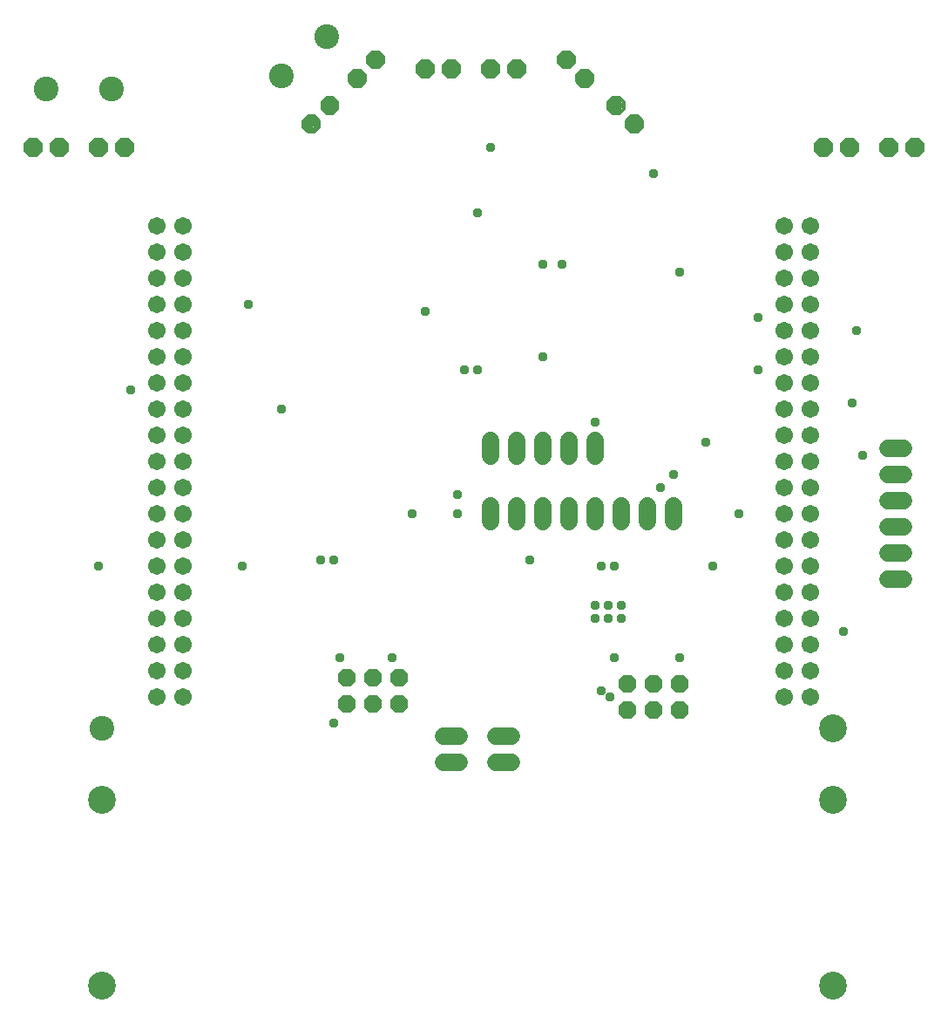
<source format=gbs>
G75*
%MOIN*%
%OFA0B0*%
%FSLAX25Y25*%
%IPPOS*%
%LPD*%
%AMOC8*
5,1,8,0,0,1.08239X$1,22.5*
%
%ADD10C,0.10643*%
%ADD11C,0.09461*%
%ADD12OC8,0.06800*%
%ADD13C,0.01480*%
%ADD14OC8,0.07400*%
%ADD15C,0.06800*%
%ADD16C,0.06737*%
%ADD17C,0.03778*%
D10*
X0084012Y0026185D03*
X0084012Y0097051D03*
X0363540Y0097051D03*
X0363540Y0124610D03*
X0363540Y0026185D03*
D11*
X0084012Y0124610D03*
X0087595Y0369000D03*
X0062595Y0369000D03*
X0152595Y0374000D03*
X0170095Y0389000D03*
D12*
X0177595Y0144000D03*
X0187595Y0144000D03*
X0197595Y0144000D03*
X0197595Y0134000D03*
X0187595Y0134000D03*
X0177595Y0134000D03*
X0285095Y0131500D03*
X0285095Y0141500D03*
X0295095Y0141500D03*
X0295095Y0131500D03*
X0305095Y0131500D03*
X0305095Y0141500D03*
D13*
X0288117Y0353245D02*
X0288857Y0352505D01*
X0286405Y0352505D01*
X0284672Y0354238D01*
X0284672Y0356690D01*
X0286405Y0358423D01*
X0288857Y0358423D01*
X0290590Y0356690D01*
X0290590Y0354238D01*
X0288857Y0352505D01*
X0288397Y0353615D01*
X0286865Y0353615D01*
X0285782Y0354698D01*
X0285782Y0356230D01*
X0286865Y0357313D01*
X0288397Y0357313D01*
X0289480Y0356230D01*
X0289480Y0354698D01*
X0288397Y0353615D01*
X0287937Y0354725D01*
X0287325Y0354725D01*
X0286892Y0355158D01*
X0286892Y0355770D01*
X0287325Y0356203D01*
X0287937Y0356203D01*
X0288370Y0355770D01*
X0288370Y0355158D01*
X0287937Y0354725D01*
X0281046Y0360317D02*
X0281786Y0359577D01*
X0279334Y0359577D01*
X0277601Y0361310D01*
X0277601Y0363762D01*
X0279334Y0365495D01*
X0281786Y0365495D01*
X0283519Y0363762D01*
X0283519Y0361310D01*
X0281786Y0359577D01*
X0281326Y0360687D01*
X0279794Y0360687D01*
X0278711Y0361770D01*
X0278711Y0363302D01*
X0279794Y0364385D01*
X0281326Y0364385D01*
X0282409Y0363302D01*
X0282409Y0361770D01*
X0281326Y0360687D01*
X0280866Y0361797D01*
X0280254Y0361797D01*
X0279821Y0362230D01*
X0279821Y0362842D01*
X0280254Y0363275D01*
X0280866Y0363275D01*
X0281299Y0362842D01*
X0281299Y0362230D01*
X0280866Y0361797D01*
X0268145Y0375183D02*
X0267405Y0375923D01*
X0269857Y0375923D01*
X0271590Y0374190D01*
X0271590Y0371738D01*
X0269857Y0370005D01*
X0267405Y0370005D01*
X0265672Y0371738D01*
X0265672Y0374190D01*
X0267405Y0375923D01*
X0267865Y0374813D01*
X0269397Y0374813D01*
X0270480Y0373730D01*
X0270480Y0372198D01*
X0269397Y0371115D01*
X0267865Y0371115D01*
X0266782Y0372198D01*
X0266782Y0373730D01*
X0267865Y0374813D01*
X0268325Y0373703D01*
X0268937Y0373703D01*
X0269370Y0373270D01*
X0269370Y0372658D01*
X0268937Y0372225D01*
X0268325Y0372225D01*
X0267892Y0372658D01*
X0267892Y0373270D01*
X0268325Y0373703D01*
X0261074Y0382255D02*
X0260334Y0382995D01*
X0262786Y0382995D01*
X0264519Y0381262D01*
X0264519Y0378810D01*
X0262786Y0377077D01*
X0260334Y0377077D01*
X0258601Y0378810D01*
X0258601Y0381262D01*
X0260334Y0382995D01*
X0260794Y0381885D01*
X0262326Y0381885D01*
X0263409Y0380802D01*
X0263409Y0379270D01*
X0262326Y0378187D01*
X0260794Y0378187D01*
X0259711Y0379270D01*
X0259711Y0380802D01*
X0260794Y0381885D01*
X0261254Y0380775D01*
X0261866Y0380775D01*
X0262299Y0380342D01*
X0262299Y0379730D01*
X0261866Y0379297D01*
X0261254Y0379297D01*
X0260821Y0379730D01*
X0260821Y0380342D01*
X0261254Y0380775D01*
X0190850Y0380522D02*
X0191590Y0381262D01*
X0191590Y0378810D01*
X0189857Y0377077D01*
X0187405Y0377077D01*
X0185672Y0378810D01*
X0185672Y0381262D01*
X0187405Y0382995D01*
X0189857Y0382995D01*
X0191590Y0381262D01*
X0190480Y0380802D01*
X0190480Y0379270D01*
X0189397Y0378187D01*
X0187865Y0378187D01*
X0186782Y0379270D01*
X0186782Y0380802D01*
X0187865Y0381885D01*
X0189397Y0381885D01*
X0190480Y0380802D01*
X0189370Y0380342D01*
X0189370Y0379730D01*
X0188937Y0379297D01*
X0188325Y0379297D01*
X0187892Y0379730D01*
X0187892Y0380342D01*
X0188325Y0380775D01*
X0188937Y0380775D01*
X0189370Y0380342D01*
X0183779Y0373450D02*
X0184519Y0374190D01*
X0184519Y0371738D01*
X0182786Y0370005D01*
X0180334Y0370005D01*
X0178601Y0371738D01*
X0178601Y0374190D01*
X0180334Y0375923D01*
X0182786Y0375923D01*
X0184519Y0374190D01*
X0183409Y0373730D01*
X0183409Y0372198D01*
X0182326Y0371115D01*
X0180794Y0371115D01*
X0179711Y0372198D01*
X0179711Y0373730D01*
X0180794Y0374813D01*
X0182326Y0374813D01*
X0183409Y0373730D01*
X0182299Y0373270D01*
X0182299Y0372658D01*
X0181866Y0372225D01*
X0181254Y0372225D01*
X0180821Y0372658D01*
X0180821Y0373270D01*
X0181254Y0373703D01*
X0181866Y0373703D01*
X0182299Y0373270D01*
X0168912Y0362050D02*
X0168172Y0361310D01*
X0168172Y0363762D01*
X0169905Y0365495D01*
X0172357Y0365495D01*
X0174090Y0363762D01*
X0174090Y0361310D01*
X0172357Y0359577D01*
X0169905Y0359577D01*
X0168172Y0361310D01*
X0169282Y0361770D01*
X0169282Y0363302D01*
X0170365Y0364385D01*
X0171897Y0364385D01*
X0172980Y0363302D01*
X0172980Y0361770D01*
X0171897Y0360687D01*
X0170365Y0360687D01*
X0169282Y0361770D01*
X0170392Y0362230D01*
X0170392Y0362842D01*
X0170825Y0363275D01*
X0171437Y0363275D01*
X0171870Y0362842D01*
X0171870Y0362230D01*
X0171437Y0361797D01*
X0170825Y0361797D01*
X0170392Y0362230D01*
X0161841Y0354978D02*
X0161101Y0354238D01*
X0161101Y0356690D01*
X0162834Y0358423D01*
X0165286Y0358423D01*
X0167019Y0356690D01*
X0167019Y0354238D01*
X0165286Y0352505D01*
X0162834Y0352505D01*
X0161101Y0354238D01*
X0162211Y0354698D01*
X0162211Y0356230D01*
X0163294Y0357313D01*
X0164826Y0357313D01*
X0165909Y0356230D01*
X0165909Y0354698D01*
X0164826Y0353615D01*
X0163294Y0353615D01*
X0162211Y0354698D01*
X0163321Y0355158D01*
X0163321Y0355770D01*
X0163754Y0356203D01*
X0164366Y0356203D01*
X0164799Y0355770D01*
X0164799Y0355158D01*
X0164366Y0354725D01*
X0163754Y0354725D01*
X0163321Y0355158D01*
D14*
X0207595Y0376500D03*
X0217595Y0376500D03*
X0232595Y0376500D03*
X0242595Y0376500D03*
X0360095Y0346500D03*
X0370095Y0346500D03*
X0385095Y0346500D03*
X0395095Y0346500D03*
X0092595Y0346500D03*
X0082595Y0346500D03*
X0067595Y0346500D03*
X0057595Y0346500D03*
D15*
X0232595Y0234500D02*
X0232595Y0228500D01*
X0242595Y0228500D02*
X0242595Y0234500D01*
X0252595Y0234500D02*
X0252595Y0228500D01*
X0262595Y0228500D02*
X0262595Y0234500D01*
X0272595Y0234500D02*
X0272595Y0228500D01*
X0272595Y0209500D02*
X0272595Y0203500D01*
X0282595Y0203500D02*
X0282595Y0209500D01*
X0292595Y0209500D02*
X0292595Y0203500D01*
X0302595Y0203500D02*
X0302595Y0209500D01*
X0262595Y0209500D02*
X0262595Y0203500D01*
X0252595Y0203500D02*
X0252595Y0209500D01*
X0242595Y0209500D02*
X0242595Y0203500D01*
X0232595Y0203500D02*
X0232595Y0209500D01*
X0234595Y0121500D02*
X0240595Y0121500D01*
X0240595Y0111500D02*
X0234595Y0111500D01*
X0220595Y0111500D02*
X0214595Y0111500D01*
X0214595Y0121500D02*
X0220595Y0121500D01*
X0384595Y0181500D02*
X0390595Y0181500D01*
X0390595Y0191500D02*
X0384595Y0191500D01*
X0384595Y0201500D02*
X0390595Y0201500D01*
X0390595Y0211500D02*
X0384595Y0211500D01*
X0384595Y0221500D02*
X0390595Y0221500D01*
X0390595Y0231500D02*
X0384595Y0231500D01*
D16*
X0355095Y0226500D03*
X0355095Y0216500D03*
X0345095Y0216500D03*
X0345095Y0226500D03*
X0345095Y0236500D03*
X0345095Y0246500D03*
X0345095Y0256500D03*
X0345095Y0266500D03*
X0345095Y0276500D03*
X0345095Y0286500D03*
X0345095Y0296500D03*
X0345095Y0306500D03*
X0345095Y0316500D03*
X0355095Y0316500D03*
X0355095Y0306500D03*
X0355095Y0296500D03*
X0355095Y0286500D03*
X0355095Y0276500D03*
X0355095Y0266500D03*
X0355095Y0256500D03*
X0355095Y0246500D03*
X0355095Y0236500D03*
X0355095Y0206500D03*
X0355095Y0196500D03*
X0345095Y0196500D03*
X0345095Y0206500D03*
X0345095Y0186500D03*
X0345095Y0176500D03*
X0345095Y0166500D03*
X0345095Y0156500D03*
X0345095Y0146500D03*
X0345095Y0136500D03*
X0355095Y0136500D03*
X0355095Y0146500D03*
X0355095Y0156500D03*
X0355095Y0166500D03*
X0355095Y0176500D03*
X0355095Y0186500D03*
X0115095Y0186500D03*
X0105095Y0186500D03*
X0105095Y0176500D03*
X0115095Y0176500D03*
X0115095Y0166500D03*
X0105095Y0166500D03*
X0105095Y0156500D03*
X0115095Y0156500D03*
X0115095Y0146500D03*
X0105095Y0146500D03*
X0105095Y0136500D03*
X0115095Y0136500D03*
X0115095Y0196500D03*
X0105095Y0196500D03*
X0105095Y0206500D03*
X0115095Y0206500D03*
X0115095Y0216500D03*
X0105095Y0216500D03*
X0105095Y0226500D03*
X0105095Y0236500D03*
X0115095Y0236500D03*
X0115095Y0226500D03*
X0115095Y0246500D03*
X0105095Y0246500D03*
X0105095Y0256500D03*
X0115095Y0256500D03*
X0115095Y0266500D03*
X0105095Y0266500D03*
X0105095Y0276500D03*
X0115095Y0276500D03*
X0115095Y0286500D03*
X0105095Y0286500D03*
X0105095Y0296500D03*
X0115095Y0296500D03*
X0115095Y0306500D03*
X0105095Y0306500D03*
X0105095Y0316500D03*
X0115095Y0316500D03*
D17*
X0140095Y0286500D03*
X0152595Y0246500D03*
X0202595Y0206500D03*
X0220095Y0206500D03*
X0220095Y0214000D03*
X0247595Y0189000D03*
X0275095Y0186500D03*
X0280095Y0186500D03*
X0277595Y0171500D03*
X0272595Y0171500D03*
X0272595Y0166500D03*
X0277595Y0166500D03*
X0282595Y0166500D03*
X0282595Y0171500D03*
X0280095Y0151500D03*
X0275095Y0139000D03*
X0278155Y0136435D03*
X0305095Y0151500D03*
X0317595Y0186500D03*
X0327595Y0206500D03*
X0302595Y0221500D03*
X0297595Y0216500D03*
X0315095Y0234000D03*
X0335095Y0261500D03*
X0335095Y0281500D03*
X0305095Y0299000D03*
X0295095Y0336500D03*
X0260095Y0301989D03*
X0252595Y0301989D03*
X0227595Y0321500D03*
X0232595Y0346500D03*
X0207595Y0284000D03*
X0222595Y0261500D03*
X0227595Y0261500D03*
X0252595Y0266500D03*
X0272595Y0241500D03*
X0195095Y0151500D03*
X0175095Y0151500D03*
X0172595Y0126500D03*
X0137595Y0186500D03*
X0167595Y0189000D03*
X0172595Y0189000D03*
X0095095Y0254000D03*
X0082595Y0186500D03*
X0367595Y0161500D03*
X0375095Y0229000D03*
X0371084Y0249000D03*
X0372595Y0276500D03*
M02*

</source>
